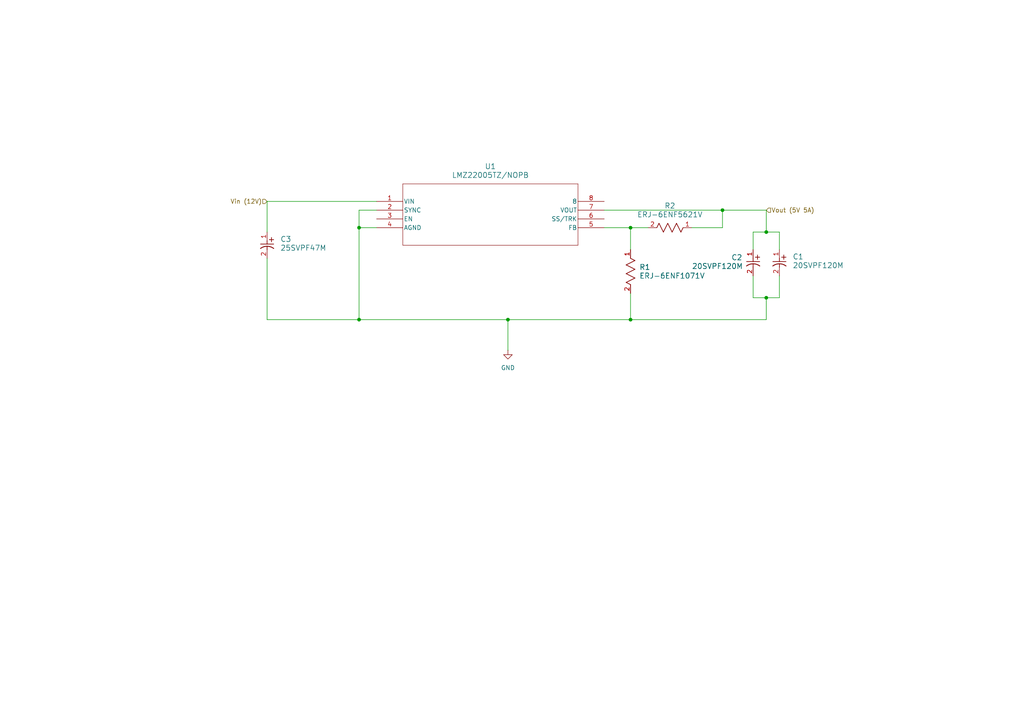
<source format=kicad_sch>
(kicad_sch (version 20231120) (generator "eeschema") (generator_version "8.0")
  (paper "A4")
  (lib_symbols
    (symbol "1.07kOhm Resistor:ERJ-6ENF1071V" (pin_names (offset 0.254))
      (property "Reference" "R" (at 5.715 3.81 0))
      (property "Value" "ERJ-6ENF1071V" (at 6.35 -3.81 0))
      (symbol "ERJ-6ENF1071V_1_1"
        (polyline (pts (xy 2.54 0) (xy 3.175 1.27)) (stroke (width 0.2032)))
        (polyline (pts (xy 3.175 1.27) (xy 4.445 -1.27)) (stroke (width 0.2032)))
        (polyline (pts (xy 4.445 -1.27) (xy 5.715 1.27)) (stroke (width 0.2032)))
        (polyline (pts (xy 5.715 1.27) (xy 6.985 -1.27)) (stroke (width 0.2032)))
        (polyline (pts (xy 6.985 -1.27) (xy 8.255 1.27)) (stroke (width 0.2032)))
        (polyline (pts (xy 8.255 1.27) (xy 9.525 -1.27)) (stroke (width 0.2032)))
        (polyline (pts (xy 9.525 -1.27) (xy 10.16 0)) (stroke (width 0.2032)))
        (pin unspecified line (at 12.7 0 180) (length 2.54) (name "") (number "1"))
        (pin unspecified line (at 0 0 0) (length 2.54) (name "") (number "2"))
      )
      (symbol "ERJ-6ENF1071V_1_2"
        (polyline (pts (xy -1.27 3.175) (xy 1.27 4.445)) (stroke (width 0.2032)))
        (polyline (pts (xy -1.27 5.715) (xy 1.27 6.985)) (stroke (width 0.2032)))
        (polyline (pts (xy -1.27 8.255) (xy 1.27 9.525)) (stroke (width 0.2032)))
        (polyline (pts (xy 0 2.54) (xy -1.27 3.175)) (stroke (width 0.2032)))
        (polyline (pts (xy 1.27 4.445) (xy -1.27 5.715)) (stroke (width 0.2032)))
        (polyline (pts (xy 1.27 6.985) (xy -1.27 8.255)) (stroke (width 0.2032)))
        (polyline (pts (xy 1.27 9.525) (xy 0 10.16)) (stroke (width 0.2032)))
        (pin unspecified line (at 0 12.7 270) (length 2.54) (name "") (number "1"))
        (pin unspecified line (at 0 0 90) (length 2.54) (name "") (number "2"))
      )
    )
    (symbol "120uF Capacitor:20SVPF120M" (pin_names (offset 0.254))
      (property "Reference" "C" (at 3.81 3.81 0))
      (property "Value" "20SVPF120M" (at 3.81 -3.81 0))
      (symbol "20SVPF120M_1_1"
        (polyline (pts (xy 1.5748 1.27) (xy 2.8448 1.27)) (stroke (width 0.2032)))
        (polyline (pts (xy 2.2098 0.635) (xy 2.2098 1.905)) (stroke (width 0.2032)))
        (polyline (pts (xy 2.54 0) (xy 3.4798 0)) (stroke (width 0.2032)))
        (polyline (pts (xy 3.4798 -1.905) (xy 3.4798 1.905)) (stroke (width 0.2032)))
        (polyline (pts (xy 4.1148 0) (xy 5.08 0)) (stroke (width 0.2032)))
        (arc (start 4.7541 1.9108) (mid 4.1148 0) (end 4.7541 -1.9108) (stroke (width 0.254)))
        (pin unspecified line (at 0 0 0) (length 2.54) (name "") (number "1"))
        (pin unspecified line (at 7.62 0 180) (length 2.54) (name "") (number "2"))
      )
      (symbol "20SVPF120M_1_2"
        (polyline (pts (xy -1.905 -3.4798) (xy 1.905 -3.4798)) (stroke (width 0.2032)))
        (polyline (pts (xy 0 -4.1148) (xy 0 -5.08)) (stroke (width 0.2032)))
        (polyline (pts (xy 0 -2.54) (xy 0 -3.4798)) (stroke (width 0.2032)))
        (polyline (pts (xy 0.635 -2.2098) (xy 1.905 -2.2098)) (stroke (width 0.2032)))
        (polyline (pts (xy 1.27 -1.5748) (xy 1.27 -2.8448)) (stroke (width 0.2032)))
        (arc (start 1.9108 -4.7541) (mid 0 -4.1148) (end -1.9108 -4.7541) (stroke (width 0.254)))
        (pin unspecified line (at 0 -7.62 90) (length 2.54) (name "") (number "1"))
        (pin unspecified line (at 0 0 270) (length 2.54) (name "") (number "2"))
      )
    )
    (symbol "47uF Capacitor:25SVPF47M" (pin_names (offset 0.254))
      (property "Reference" "C" (at 3.81 3.81 0))
      (property "Value" "25SVPF47M" (at 3.81 -3.81 0))
      (symbol "25SVPF47M_1_1"
        (polyline (pts (xy 1.5748 1.27) (xy 2.8448 1.27)) (stroke (width 0.2032)))
        (polyline (pts (xy 2.2098 0.635) (xy 2.2098 1.905)) (stroke (width 0.2032)))
        (polyline (pts (xy 2.54 0) (xy 3.4798 0)) (stroke (width 0.2032)))
        (polyline (pts (xy 3.4798 -1.905) (xy 3.4798 1.905)) (stroke (width 0.2032)))
        (polyline (pts (xy 4.1148 0) (xy 5.08 0)) (stroke (width 0.2032)))
        (arc (start 4.7541 1.9108) (mid 4.1148 0) (end 4.7541 -1.9108) (stroke (width 0.254)))
        (pin unspecified line (at 0 0 0) (length 2.54) (name "") (number "1"))
        (pin unspecified line (at 7.62 0 180) (length 2.54) (name "") (number "2"))
      )
      (symbol "25SVPF47M_1_2"
        (polyline (pts (xy -1.905 -3.4798) (xy 1.905 -3.4798)) (stroke (width 0.2032)))
        (polyline (pts (xy 0 -4.1148) (xy 0 -5.08)) (stroke (width 0.2032)))
        (polyline (pts (xy 0 -2.54) (xy 0 -3.4798)) (stroke (width 0.2032)))
        (polyline (pts (xy 0.635 -2.2098) (xy 1.905 -2.2098)) (stroke (width 0.2032)))
        (polyline (pts (xy 1.27 -1.5748) (xy 1.27 -2.8448)) (stroke (width 0.2032)))
        (arc (start 1.9108 -4.7541) (mid 0 -4.1148) (end -1.9108 -4.7541) (stroke (width 0.254)))
        (pin unspecified line (at 0 -7.62 90) (length 2.54) (name "") (number "1"))
        (pin unspecified line (at 0 0 270) (length 2.54) (name "") (number "2"))
      )
    )
    (symbol "5.62kOhm Resistor:ERJ-6ENF5621V" (pin_names (offset 0.254))
      (property "Reference" "R" (at 5.715 3.81 0))
      (property "Value" "ERJ-6ENF5621V" (at 6.35 -3.81 0))
      (symbol "ERJ-6ENF5621V_1_1"
        (polyline (pts (xy 2.54 0) (xy 3.175 1.27)) (stroke (width 0.2032)))
        (polyline (pts (xy 3.175 1.27) (xy 4.445 -1.27)) (stroke (width 0.2032)))
        (polyline (pts (xy 4.445 -1.27) (xy 5.715 1.27)) (stroke (width 0.2032)))
        (polyline (pts (xy 5.715 1.27) (xy 6.985 -1.27)) (stroke (width 0.2032)))
        (polyline (pts (xy 6.985 -1.27) (xy 8.255 1.27)) (stroke (width 0.2032)))
        (polyline (pts (xy 8.255 1.27) (xy 9.525 -1.27)) (stroke (width 0.2032)))
        (polyline (pts (xy 9.525 -1.27) (xy 10.16 0)) (stroke (width 0.2032)))
        (pin unspecified line (at 12.7 0 180) (length 2.54) (name "") (number "1"))
        (pin unspecified line (at 0 0 0) (length 2.54) (name "") (number "2"))
      )
      (symbol "ERJ-6ENF5621V_1_2"
        (polyline (pts (xy -1.27 3.175) (xy 1.27 4.445)) (stroke (width 0.2032)))
        (polyline (pts (xy -1.27 5.715) (xy 1.27 6.985)) (stroke (width 0.2032)))
        (polyline (pts (xy -1.27 8.255) (xy 1.27 9.525)) (stroke (width 0.2032)))
        (polyline (pts (xy 0 2.54) (xy -1.27 3.175)) (stroke (width 0.2032)))
        (polyline (pts (xy 1.27 4.445) (xy -1.27 5.715)) (stroke (width 0.2032)))
        (polyline (pts (xy 1.27 6.985) (xy -1.27 8.255)) (stroke (width 0.2032)))
        (polyline (pts (xy 1.27 9.525) (xy 0 10.16)) (stroke (width 0.2032)))
        (pin unspecified line (at 0 12.7 270) (length 2.54) (name "") (number "1"))
        (pin unspecified line (at 0 0 90) (length 2.54) (name "") (number "2"))
      )
    )
    (symbol "Buck Converter:LMZ22005TZ_NOPB" (pin_names (offset 0.254))
      (property "Reference" "U" (at 33.02 10.16 0))
      (property "Value" "LMZ22005TZ/NOPB" (at 33.02 7.62 0))
      (symbol "LMZ22005TZ_NOPB_0_1"
        (polyline (pts (xy 7.62 -12.7) (xy 58.42 -12.7)) (stroke (width 0.127)))
        (polyline (pts (xy 7.62 5.08) (xy 7.62 -12.7)) (stroke (width 0.127)))
        (polyline (pts (xy 58.42 -12.7) (xy 58.42 5.08)) (stroke (width 0.127)))
        (polyline (pts (xy 58.42 5.08) (xy 7.62 5.08)) (stroke (width 0.127)))
        (pin input line (at 0 0 0) (length 7.62) (name "VIN") (number "1"))
        (pin input line (at 0 -2.54 0) (length 7.62) (name "SYNC") (number "2"))
        (pin input line (at 0 -5.08 0) (length 7.62) (name "EN") (number "3"))
        (pin power_in line (at 0 -7.62 0) (length 7.62) (name "AGND") (number "4"))
        (pin output line (at 66.04 -7.62 180) (length 7.62) (name "FB") (number "5"))
        (pin bidirectional line (at 66.04 -5.08 180) (length 7.62) (name "SS/TRK") (number "6"))
        (pin output line (at 66.04 -2.54 180) (length 7.62) (name "VOUT") (number "7"))
        (pin unspecified line (at 66.04 0 180) (length 7.62) (name "8") (number "8"))
      )
    )
    (symbol "power:GND" (power) (pin_numbers hide) (pin_names (offset 0) hide)
      (property "Value" "GND" (at 0 -3.81 0))
      (symbol "GND_0_1"
        (polyline (pts (xy 0 0) (xy 0 -1.27) (xy 1.27 -1.27) (xy 0 -2.54) (xy -1.27 -1.27) (xy 0 -1.27)))
      )
      (symbol "GND_1_1"
        (pin power_in line (at 0 0 270) (length 0) (name "~") (number "1"))
      )
    )
  )
  (junction (at 222.25 86.36))
  (junction (at 104.14 66.04))
  (junction (at 147.32 92.71))
  (junction (at 209.55 60.96))
  (junction (at 182.88 92.71))
  (junction (at 222.25 67.31))
  (junction (at 104.14 92.71))
  (junction (at 182.88 66.04))
  (wire (pts (xy 147.32 92.71) (xy 182.88 92.71)))
  (wire (pts (xy 182.88 66.04) (xy 182.88 72.39)))
  (wire (pts (xy 104.14 66.04) (xy 104.14 92.71)))
  (wire (pts (xy 218.44 80.01) (xy 218.44 86.36)))
  (wire (pts (xy 222.25 86.36) (xy 226.06 86.36)))
  (wire (pts (xy 182.88 66.04) (xy 187.96 66.04)))
  (wire (pts (xy 175.26 66.04) (xy 182.88 66.04)))
  (wire (pts (xy 104.14 92.71) (xy 147.32 92.71)))
  (wire (pts (xy 218.44 67.31) (xy 222.25 67.31)))
  (wire (pts (xy 109.22 66.04) (xy 104.14 66.04)))
  (wire (pts (xy 226.06 86.36) (xy 226.06 80.01)))
  (wire (pts (xy 77.47 92.71) (xy 104.14 92.71)))
  (wire (pts (xy 77.47 74.93) (xy 77.47 92.71)))
  (wire (pts (xy 109.22 60.96) (xy 104.14 60.96)))
  (wire (pts (xy 209.55 60.96) (xy 222.25 60.96)))
  (wire (pts (xy 200.66 66.04) (xy 209.55 66.04)))
  (wire (pts (xy 77.47 58.42) (xy 77.47 67.31)))
  (wire (pts (xy 226.06 67.31) (xy 226.06 72.39)))
  (wire (pts (xy 218.44 72.39) (xy 218.44 67.31)))
  (wire (pts (xy 209.55 66.04) (xy 209.55 60.96)))
  (wire (pts (xy 182.88 85.09) (xy 182.88 92.71)))
  (wire (pts (xy 182.88 92.71) (xy 222.25 92.71)))
  (wire (pts (xy 222.25 92.71) (xy 222.25 86.36)))
  (wire (pts (xy 209.55 60.96) (xy 175.26 60.96)))
  (wire (pts (xy 109.22 58.42) (xy 77.47 58.42)))
  (wire (pts (xy 147.32 92.71) (xy 147.32 101.6)))
  (wire (pts (xy 222.25 60.96) (xy 222.25 67.31)))
  (wire (pts (xy 104.14 60.96) (xy 104.14 66.04)))
  (wire (pts (xy 218.44 86.36) (xy 222.25 86.36)))
  (wire (pts (xy 222.25 67.31) (xy 226.06 67.31)))
  (hierarchical_label "Vin (12V)" (shape input) (at 77.47 58.42 180))
  (hierarchical_label "Vout (5V 5A)" (shape input) (at 222.25 60.96 0))
  (symbol (lib_id "1.07kOhm Resistor:ERJ-6ENF1071V") (at 182.88 85.09 90) (unit 1)
    (property "Reference" "R1" (at 185.42 77.4699 90) (effects (font (size 1.524 1.524)) (justify right)))
    (property "Value" "ERJ-6ENF1071V" (at 185.42 80.0099 90) (effects (font (size 1.524 1.524)) (justify right)))
    (property "Footprint" "RC0805N_PAN" (effects (hide yes)))
    (property "Datasheet" "ERJ-6ENF1071V" (effects (hide yes)))
  )
  (symbol (lib_id "120uF Capacitor:20SVPF120M") (at 218.44 72.39 270) (unit 1)
    (property "Reference" "C2" (at 212.09 74.676 90) (effects (font (size 1.524 1.524)) (justify left)))
    (property "Value" "20SVPF120M" (at 200.66 77.216 90) (effects (font (size 1.524 1.524)) (justify left)))
    (property "Footprint" "PCAP_SVP_C6_PAN" (effects (hide yes)))
    (property "Datasheet" "20SVPF120M" (effects (hide yes)))
  )
  (symbol (lib_id "47uF Capacitor:25SVPF47M") (at 77.47 67.31 270) (unit 1)
    (property "Reference" "C3" (at 81.28 69.3673 90) (effects (font (size 1.524 1.524)) (justify left)))
    (property "Value" "25SVPF47M" (at 81.28 71.9073 90) (effects (font (size 1.524 1.524)) (justify left)))
    (property "Footprint" "PCAP_SVP_C6_PAN" (effects (hide yes)))
    (property "Datasheet" "25SVPF47M" (effects (hide yes)))
  )
  (symbol (lib_id "120uF Capacitor:20SVPF120M") (at 226.06 72.39 270) (unit 1)
    (property "Reference" "C1" (at 229.87 74.4473 90) (effects (font (size 1.524 1.524)) (justify left)))
    (property "Value" "20SVPF120M" (at 229.87 76.9873 90) (effects (font (size 1.524 1.524)) (justify left)))
    (property "Footprint" "PCAP_SVP_C6_PAN" (effects (hide yes)))
    (property "Datasheet" "20SVPF120M" (effects (hide yes)))
  )
  (symbol (lib_id "power:GND") (at 147.32 101.6 0) (unit 1)
    (property "Reference" "#PWR01" (effects (hide yes)))
    (property "Value" "GND" (at 147.32 106.68 0))
    (property "Description" "Power symbol creates a global label with name \"GND\" , ground" (effects (hide yes)))
  )
  (symbol (lib_id "Buck Converter:LMZ22005TZ_NOPB") (at 109.22 58.42 0) (unit 1)
    (property "Reference" "U1" (at 142.24 48.26 0) (effects (font (size 1.524 1.524))))
    (property "Value" "LMZ22005TZ/NOPB" (at 142.24 50.8 0) (effects (font (size 1.524 1.524))))
    (property "Footprint" "TZA07A" (effects (hide yes)))
    (property "Datasheet" "LMZ22005TZ/NOPB" (effects (hide yes)))
  )
  (symbol (lib_id "5.62kOhm Resistor:ERJ-6ENF5621V") (at 187.96 66.04 0) (unit 1)
    (property "Reference" "R2" (at 194.31 59.69 0) (effects (font (size 1.524 1.524))))
    (property "Value" "ERJ-6ENF5621V" (at 194.31 62.23 0) (effects (font (size 1.524 1.524))))
    (property "Footprint" "RC0805N_PAN" (effects (hide yes)))
    (property "Datasheet" "ERJ-6ENF5621V" (effects (hide yes)))
  )
)
</source>
